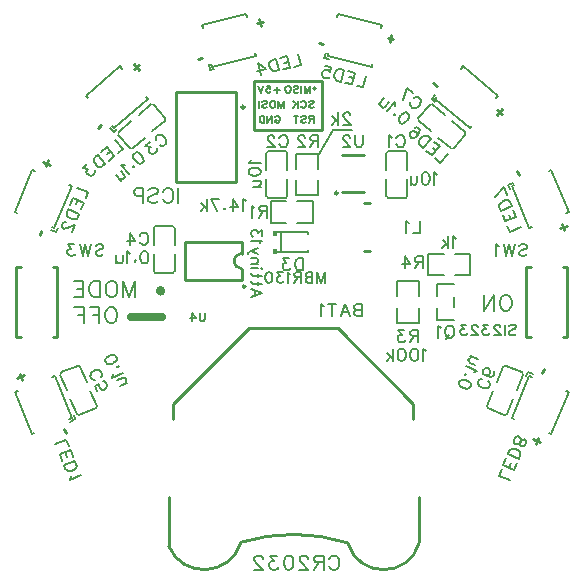
<source format=gbo>
G04 Layer: BottomSilkscreenLayer*
G04 EasyEDA Pro v1.9.29.eba1c1, 2023-07-30 16:19:25*
G04 Gerber Generator version 0.3*
G04 Scale: 100 percent, Rotated: No, Reflected: No*
G04 Dimensions in millimeters*
G04 Leading zeros omitted, absolute positions, 3 integers and 3 decimals*
%FSLAX33Y33*%
%MOMM*%
%ADD10C,0.2032*%
%ADD11C,0.127*%
%ADD12C,0.152001*%
%ADD13C,0.1524*%
%ADD14C,0.699999*%
%ADD15C,0.254*%
%ADD16C,0.0343*%
%ADD17C,0.0254*%
%ADD18C,0.399999*%
G75*


G04 Text Start*
G04 //text: ON*
G54D10*
G01X18255Y589D02*
G01X18379Y526D01*
G01X18506Y401D01*
G01X18567Y274D01*
G01X18631Y86D01*
G01Y-226D01*
G01X18567Y-414D01*
G01X18506Y-541D01*
G01X18379Y-665D01*
G01X18255Y-729D01*
G01X18004D01*
G01X17877Y-665D01*
G01X17752Y-541D01*
G01X17689Y-414D01*
G01X17628Y-226D01*
G01Y86D01*
G01X17689Y274D01*
G01X17752Y401D01*
G01X17877Y526D01*
G01X18004Y589D01*
G01X18255D01*
G01X17122Y589D02*
G01X17122Y-729D01*
G01X17122Y589D02*
G01X16243Y-729D01*
G01X16243Y589D02*
G01X16243Y-729D01*
G04 //text: MODE*
G01X-13249Y1767D02*
G01X-13249Y448D01*
G01X-13249Y1767D02*
G01X-13752Y448D01*
G01X-14252Y1767D02*
G01X-13752Y448D01*
G01X-14252Y1767D02*
G01X-14252Y448D01*
G01X-15134Y1767D02*
G01X-15009Y1703D01*
G01X-14882Y1579D01*
G01X-14821Y1452D01*
G01X-14758Y1264D01*
G01Y951D01*
G01X-14821Y763D01*
G01X-14882Y636D01*
G01X-15009Y512D01*
G01X-15134Y448D01*
G01X-15385D01*
G01X-15512Y512D01*
G01X-15637Y636D01*
G01X-15700Y763D01*
G01X-15761Y951D01*
G01Y1264D01*
G01X-15700Y1452D01*
G01X-15637Y1579D01*
G01X-15512Y1703D01*
G01X-15385Y1767D01*
G01X-15134D01*
G01X-16267Y1767D02*
G01X-16267Y448D01*
G01X-16267Y1767D02*
G01X-16706Y1767D01*
G01X-16894Y1703D01*
G01X-17021Y1579D01*
G01X-17082Y1452D01*
G01X-17145Y1264D01*
G01Y951D01*
G01X-17082Y763D01*
G01X-17021Y636D01*
G01X-16894Y512D01*
G01X-16706Y448D01*
G01X-16267D01*
G01X-17651Y1767D02*
G01X-17651Y448D01*
G01X-17651Y1767D02*
G01X-18466Y1767D01*
G01X-17651Y1139D02*
G01X-18151Y1139D01*
G01X-17651Y448D02*
G01X-18466Y448D01*
G04 //text: OFF*
G01X-15167Y-456D02*
G01X-15042Y-519D01*
G01X-14915Y-644D01*
G01X-14854Y-771D01*
G01X-14791Y-959D01*
G01Y-1271D01*
G01X-14854Y-1459D01*
G01X-14915Y-1586D01*
G01X-15042Y-1711D01*
G01X-15167Y-1774D01*
G01X-15418D01*
G01X-15545Y-1711D01*
G01X-15670Y-1586D01*
G01X-15733Y-1459D01*
G01X-15794Y-1271D01*
G01Y-959D01*
G01X-15733Y-771D01*
G01X-15670Y-644D01*
G01X-15545Y-519D01*
G01X-15418Y-456D01*
G01X-15167D01*
G01X-16300Y-456D02*
G01X-16300Y-1774D01*
G01X-16300Y-456D02*
G01X-17115Y-456D01*
G01X-16300Y-1083D02*
G01X-16802Y-1083D01*
G01X-17620Y-456D02*
G01X-17620Y-1774D01*
G01X-17620Y-456D02*
G01X-18436Y-456D01*
G01X-17620Y-1083D02*
G01X-18123Y-1083D01*
G04 //text: CR2032*
G01X3167Y-21763D02*
G01X3226Y-21648D01*
G01X3340Y-21534D01*
G01X3454Y-21476D01*
G01X3683D01*
G01X3797Y-21534D01*
G01X3912Y-21648D01*
G01X3967Y-21763D01*
G01X4026Y-21933D01*
G01Y-22220D01*
G01X3967Y-22390D01*
G01X3912Y-22504D01*
G01X3797Y-22619D01*
G01X3683Y-22677D01*
G01X3454D01*
G01X3340Y-22619D01*
G01X3226Y-22504D01*
G01X3167Y-22390D01*
G01X2690Y-21476D02*
G01X2690Y-22677D01*
G01X2690Y-21476D02*
G01X2177Y-21476D01*
G01X2004Y-21534D01*
G01X1948Y-21590D01*
G01X1890Y-21704D01*
G01Y-21819D01*
G01X1948Y-21933D01*
G01X2004Y-21991D01*
G01X2177Y-22047D01*
G01X2690D01*
G01X2291Y-22047D02*
G01X1890Y-22677D01*
G01X1356Y-21763D02*
G01X1356Y-21704D01*
G01X1298Y-21590D01*
G01X1242Y-21534D01*
G01X1128Y-21476D01*
G01X899D01*
G01X785Y-21534D01*
G01X726Y-21590D01*
G01X671Y-21704D01*
G01Y-21819D01*
G01X726Y-21933D01*
G01X841Y-22106D01*
G01X1412Y-22677D01*
G01X612D01*
G01X-208Y-21476D02*
G01X-36Y-21534D01*
G01X79Y-21704D01*
G01X135Y-21991D01*
G01Y-22161D01*
G01X79Y-22449D01*
G01X-36Y-22619D01*
G01X-208Y-22677D01*
G01X-323D01*
G01X-493Y-22619D01*
G01X-607Y-22449D01*
G01X-665Y-22161D01*
G01Y-21991D01*
G01X-607Y-21704D01*
G01X-493Y-21534D01*
G01X-323Y-21476D01*
G01X-208D01*
G01X-1257Y-21476D02*
G01X-1885Y-21476D01*
G01X-1542Y-21933D01*
G01X-1714D01*
G01X-1829Y-21991D01*
G01X-1885Y-22047D01*
G01X-1943Y-22220D01*
G01Y-22334D01*
G01X-1885Y-22504D01*
G01X-1770Y-22619D01*
G01X-1600Y-22677D01*
G01X-1427D01*
G01X-1257Y-22619D01*
G01X-1199Y-22563D01*
G01X-1143Y-22449D01*
G01X-2476Y-21763D02*
G01X-2476Y-21704D01*
G01X-2535Y-21590D01*
G01X-2591Y-21534D01*
G01X-2705Y-21476D01*
G01X-2934D01*
G01X-3048Y-21534D01*
G01X-3106Y-21590D01*
G01X-3162Y-21704D01*
G01Y-21819D01*
G01X-3106Y-21933D01*
G01X-2992Y-22106D01*
G01X-2421Y-22677D01*
G01X-3221D01*
G04 //text: +5V*
G54D11*
G01X-1265Y18219D02*
G01X-1265Y17722D01*
G01X-1016Y17971D02*
G01X-1516Y17971D01*
G01X-2111Y18303D02*
G01X-1831Y18303D01*
G01X-1803Y18054D01*
G01X-1831Y18082D01*
G01X-1915Y18110D01*
G01X-1999D01*
G01X-2083Y18082D01*
G01X-2139Y18026D01*
G01X-2167Y17943D01*
G01Y17887D01*
G01X-2139Y17803D01*
G01X-2083Y17747D01*
G01X-1999Y17722D01*
G01X-1915D01*
G01X-1831Y17747D01*
G01X-1803Y17775D01*
G01X-1775Y17831D01*
G01X-2426Y18303D02*
G01X-2649Y17722D01*
G01X-2870Y18303D02*
G01X-2649Y17722D01*
G04 //text: MISO*
G01X1524Y18303D02*
G01X1524Y17722D01*
G01X1524Y18303D02*
G01X1300Y17722D01*
G01X1080Y18303D02*
G01X1300Y17722D01*
G01X1080Y18303D02*
G01X1080Y17722D01*
G01X818Y18303D02*
G01X818Y17722D01*
G01X170Y18219D02*
G01X226Y18275D01*
G01X310Y18303D01*
G01X419D01*
G01X503Y18275D01*
G01X559Y18219D01*
G01Y18166D01*
G01X531Y18110D01*
G01X503Y18082D01*
G01X447Y18054D01*
G01X282Y17998D01*
G01X226Y17971D01*
G01X198Y17943D01*
G01X170Y17887D01*
G01Y17803D01*
G01X226Y17747D01*
G01X310Y17722D01*
G01X419D01*
G01X503Y17747D01*
G01X559Y17803D01*
G01X-257Y18303D02*
G01X-201Y18275D01*
G01X-147Y18219D01*
G01X-119Y18166D01*
G01X-91Y18082D01*
G01Y17943D01*
G01X-119Y17859D01*
G01X-147Y17803D01*
G01X-201Y17747D01*
G01X-257Y17722D01*
G01X-368D01*
G01X-424Y17747D01*
G01X-480Y17803D01*
G01X-508Y17859D01*
G01X-536Y17943D01*
G01Y18082D01*
G01X-508Y18166D01*
G01X-480Y18219D01*
G01X-424Y18275D01*
G01X-368Y18303D01*
G01X-257D01*
G04 //text: MOSI*
G01X-698Y17033D02*
G01X-698Y16452D01*
G01X-698Y17033D02*
G01X-922Y16452D01*
G01X-1143Y17033D02*
G01X-922Y16452D01*
G01X-1143Y17033D02*
G01X-1143Y16452D01*
G01X-1570Y17033D02*
G01X-1514Y17005D01*
G01X-1458Y16949D01*
G01X-1430Y16896D01*
G01X-1405Y16812D01*
G01Y16673D01*
G01X-1430Y16589D01*
G01X-1458Y16533D01*
G01X-1514Y16477D01*
G01X-1570Y16452D01*
G01X-1681D01*
G01X-1737Y16477D01*
G01X-1793Y16533D01*
G01X-1821Y16589D01*
G01X-1849Y16673D01*
G01Y16812D01*
G01X-1821Y16896D01*
G01X-1793Y16949D01*
G01X-1737Y17005D01*
G01X-1681Y17033D01*
G01X-1570D01*
G01X-2497Y16949D02*
G01X-2441Y17005D01*
G01X-2357Y17033D01*
G01X-2248D01*
G01X-2164Y17005D01*
G01X-2108Y16949D01*
G01Y16896D01*
G01X-2136Y16840D01*
G01X-2164Y16812D01*
G01X-2220Y16784D01*
G01X-2385Y16728D01*
G01X-2441Y16701D01*
G01X-2469Y16673D01*
G01X-2497Y16617D01*
G01Y16533D01*
G01X-2441Y16477D01*
G01X-2357Y16452D01*
G01X-2248D01*
G01X-2164Y16477D01*
G01X-2108Y16533D01*
G01X-2758Y17033D02*
G01X-2758Y16452D01*
G04 //text: SCK*
G01X1453Y16949D02*
G01X1509Y17005D01*
G01X1593Y17033D01*
G01X1702D01*
G01X1786Y17005D01*
G01X1842Y16949D01*
G01Y16896D01*
G01X1814Y16840D01*
G01X1786Y16812D01*
G01X1730Y16784D01*
G01X1565Y16728D01*
G01X1509Y16701D01*
G01X1481Y16673D01*
G01X1453Y16617D01*
G01Y16533D01*
G01X1509Y16477D01*
G01X1593Y16452D01*
G01X1702D01*
G01X1786Y16477D01*
G01X1842Y16533D01*
G01X775Y16896D02*
G01X803Y16949D01*
G01X859Y17005D01*
G01X914Y17033D01*
G01X1026D01*
G01X1082Y17005D01*
G01X1135Y16949D01*
G01X1163Y16896D01*
G01X1191Y16812D01*
G01Y16673D01*
G01X1163Y16589D01*
G01X1135Y16533D01*
G01X1082Y16477D01*
G01X1026Y16452D01*
G01X914D01*
G01X859Y16477D01*
G01X803Y16533D01*
G01X775Y16589D01*
G01X516Y17033D02*
G01X516Y16452D01*
G01X127Y17033D02*
G01X516Y16645D01*
G01X376Y16784D02*
G01X127Y16452D01*
G04 //text: GND*
G01X-1433Y15626D02*
G01X-1405Y15679D01*
G01X-1349Y15735D01*
G01X-1293Y15763D01*
G01X-1184D01*
G01X-1128Y15735D01*
G01X-1072Y15679D01*
G01X-1044Y15626D01*
G01X-1016Y15542D01*
G01Y15403D01*
G01X-1044Y15319D01*
G01X-1072Y15263D01*
G01X-1128Y15207D01*
G01X-1184Y15182D01*
G01X-1293D01*
G01X-1349Y15207D01*
G01X-1405Y15263D01*
G01X-1433Y15319D01*
G01Y15403D01*
G01X-1293Y15403D02*
G01X-1433Y15403D01*
G01X-1694Y15763D02*
G01X-1694Y15182D01*
G01X-1694Y15763D02*
G01X-2083Y15182D01*
G01X-2083Y15763D02*
G01X-2083Y15182D01*
G01X-2342Y15763D02*
G01X-2342Y15182D01*
G01X-2342Y15763D02*
G01X-2537Y15763D01*
G01X-2621Y15735D01*
G01X-2675Y15679D01*
G01X-2703Y15626D01*
G01X-2730Y15542D01*
G01Y15403D01*
G01X-2703Y15319D01*
G01X-2675Y15263D01*
G01X-2621Y15207D01*
G01X-2537Y15182D01*
G01X-2342D01*
G04 //text: RST*
G01X1842Y15763D02*
G01X1842Y15182D01*
G01X1842Y15763D02*
G01X1593Y15763D01*
G01X1509Y15735D01*
G01X1481Y15707D01*
G01X1453Y15651D01*
G01Y15598D01*
G01X1481Y15542D01*
G01X1509Y15514D01*
G01X1593Y15486D01*
G01X1842D01*
G01X1646Y15486D02*
G01X1453Y15182D01*
G01X803Y15679D02*
G01X859Y15735D01*
G01X942Y15763D01*
G01X1054D01*
G01X1135Y15735D01*
G01X1191Y15679D01*
G01Y15626D01*
G01X1163Y15570D01*
G01X1135Y15542D01*
G01X1082Y15514D01*
G01X914Y15458D01*
G01X859Y15431D01*
G01X831Y15403D01*
G01X803Y15347D01*
G01Y15263D01*
G01X859Y15207D01*
G01X942Y15182D01*
G01X1054D01*
G01X1135Y15207D01*
G01X1191Y15263D01*
G01X348Y15763D02*
G01X348Y15182D01*
G01X544Y15763D02*
G01X155Y15763D01*
G04 //text: Attiny13*
G54D12*
G01X-2555Y732D02*
G01X-3439Y394D01*
G01X-2555Y732D02*
G01X-3439Y1067D01*
G01X-3145Y521D02*
G01X-3145Y942D01*
G01X-2555Y1547D02*
G01X-3272Y1547D01*
G01X-3396Y1590D01*
G01X-3439Y1674D01*
G01Y1758D01*
G01X-2850Y1422D02*
G01X-2850Y1717D01*
G01X-2555Y2240D02*
G01X-3272Y2240D01*
G01X-3396Y2281D01*
G01X-3439Y2365D01*
G01Y2451D01*
G01X-2850Y2113D02*
G01X-2850Y2408D01*
G01X-2555Y2804D02*
G01X-2596Y2847D01*
G01X-2555Y2888D01*
G01X-2512Y2847D01*
G01X-2555Y2804D01*
G01X-2850Y2847D02*
G01X-3439Y2847D01*
G01X-2850Y3244D02*
G01X-3439Y3244D01*
G01X-3018Y3244D02*
G01X-2891Y3368D01*
G01X-2850Y3454D01*
G01Y3579D01*
G01X-2891Y3663D01*
G01X-3018Y3706D01*
G01X-3439D01*
G01X-2850Y4102D02*
G01X-3439Y4356D01*
G01X-2850Y4608D02*
G01X-3439Y4356D01*
G01X-3607Y4270D01*
G01X-3691Y4186D01*
G01X-3734Y4102D01*
G01Y4059D01*
G01X-2723Y4963D02*
G01X-2680Y5047D01*
G01X-2555Y5171D01*
G01X-3439D01*
G01X-2555Y5611D02*
G01X-2555Y6073D01*
G01X-2891Y5822D01*
G01Y5949D01*
G01X-2934Y6033D01*
G01X-2977Y6073D01*
G01X-3101Y6116D01*
G01X-3185D01*
G01X-3312Y6073D01*
G01X-3396Y5989D01*
G01X-3439Y5865D01*
G01Y5738D01*
G01X-3396Y5611D01*
G01X-3355Y5568D01*
G01X-3272Y5527D01*
G04 //text: MBR130*
G01X2781Y2525D02*
G01X2781Y1641D01*
G01X2781Y2525D02*
G01X2443Y1641D01*
G01X2108Y2525D02*
G01X2443Y1641D01*
G01X2108Y2525D02*
G01X2108Y1641D01*
G01X1753Y2525D02*
G01X1753Y1641D01*
G01X1753Y2525D02*
G01X1374Y2525D01*
G01X1247Y2484D01*
G01X1207Y2441D01*
G01X1163Y2357D01*
G01Y2273D01*
G01X1207Y2189D01*
G01X1247Y2146D01*
G01X1374Y2103D01*
G01X1753Y2103D02*
G01X1374Y2103D01*
G01X1247Y2062D01*
G01X1207Y2019D01*
G01X1163Y1935D01*
G01Y1808D01*
G01X1207Y1725D01*
G01X1247Y1684D01*
G01X1374Y1641D01*
G01X1753D01*
G01X810Y2525D02*
G01X810Y1641D01*
G01X810Y2525D02*
G01X429Y2525D01*
G01X305Y2484D01*
G01X262Y2441D01*
G01X218Y2357D01*
G01Y2273D01*
G01X262Y2189D01*
G01X305Y2146D01*
G01X429Y2103D01*
G01X810D01*
G01X516Y2103D02*
G01X218Y1641D01*
G01X-135Y2357D02*
G01X-218Y2400D01*
G01X-345Y2525D01*
G01Y1641D01*
G01X-785Y2525D02*
G01X-1247Y2525D01*
G01X-993Y2189D01*
G01X-1120D01*
G01X-1204Y2146D01*
G01X-1247Y2103D01*
G01X-1290Y1979D01*
G01Y1895D01*
G01X-1247Y1768D01*
G01X-1163Y1684D01*
G01X-1036Y1641D01*
G01X-909D01*
G01X-785Y1684D01*
G01X-742Y1725D01*
G01X-698Y1808D01*
G01X-1897Y2525D02*
G01X-1770Y2484D01*
G01X-1687Y2357D01*
G01X-1643Y2146D01*
G01Y2019D01*
G01X-1687Y1808D01*
G01X-1770Y1684D01*
G01X-1897Y1641D01*
G01X-1981D01*
G01X-2106Y1684D01*
G01X-2192Y1808D01*
G01X-2233Y2019D01*
G01Y2146D01*
G01X-2192Y2357D01*
G01X-2106Y2484D01*
G01X-1981Y2525D01*
G01X-1897D01*
G04 //text: C1*
G54D13*
G01X8857Y13879D02*
G01X8905Y13975D01*
G01X9002Y14069D01*
G01X9096Y14117D01*
G01X9289D01*
G01X9385Y14069D01*
G01X9479Y13975D01*
G01X9528Y13879D01*
G01X9576Y13734D01*
G01Y13495D01*
G01X9528Y13350D01*
G01X9479Y13256D01*
G01X9385Y13160D01*
G01X9289Y13111D01*
G01X9096D01*
G01X9002Y13160D01*
G01X8905Y13256D01*
G01X8857Y13350D01*
G01X8476Y13927D02*
G01X8379Y13975D01*
G01X8235Y14117D01*
G01Y13111D01*
G04 //text: 10u*
G01X12306Y10772D02*
G01X12210Y10820D01*
G01X12062Y10968D01*
G01Y9944D01*
G01X11382Y10968D02*
G01X11529Y10919D01*
G01X11626Y10772D01*
G01X11676Y10528D01*
G01Y10381D01*
G01X11626Y10137D01*
G01X11529Y9992D01*
G01X11382Y9944D01*
G01X11285D01*
G01X11138Y9992D01*
G01X11041Y10137D01*
G01X10993Y10381D01*
G01Y10528D01*
G01X11041Y10772D01*
G01X11138Y10919D01*
G01X11285Y10968D01*
G01X11382D01*
G01X10605Y10627D02*
G01X10605Y10137D01*
G01X10556Y9992D01*
G01X10460Y9944D01*
G01X10312D01*
G01X10216Y9992D01*
G01X10069Y10137D01*
G01X10069Y10627D02*
G01X10069Y9944D01*
G04 //text: C2*
G01X-1049Y13879D02*
G01X-1001Y13975D01*
G01X-904Y14069D01*
G01X-810Y14117D01*
G01X-617D01*
G01X-521Y14069D01*
G01X-427Y13975D01*
G01X-378Y13879D01*
G01X-330Y13734D01*
G01Y13495D01*
G01X-378Y13350D01*
G01X-427Y13256D01*
G01X-521Y13160D01*
G01X-617Y13111D01*
G01X-810D01*
G01X-904Y13160D01*
G01X-1001Y13256D01*
G01X-1049Y13350D01*
G01X-1478Y13879D02*
G01X-1478Y13927D01*
G01X-1527Y14021D01*
G01X-1575Y14069D01*
G01X-1671Y14117D01*
G01X-1862D01*
G01X-1958Y14069D01*
G01X-2007Y14021D01*
G01X-2055Y13927D01*
G01Y13830D01*
G01X-2007Y13734D01*
G01X-1910Y13592D01*
G01X-1430Y13111D01*
G01X-2103D01*
G04 //text: 10u*
G01X-3470Y11989D02*
G01X-3518Y11892D01*
G01X-3665Y11745D01*
G01X-2642D01*
G01X-3665Y11064D02*
G01X-3617Y11212D01*
G01X-3470Y11308D01*
G01X-3226Y11359D01*
G01X-3078D01*
G01X-2835Y11308D01*
G01X-2690Y11212D01*
G01X-2642Y11064D01*
G01Y10968D01*
G01X-2690Y10820D01*
G01X-2835Y10724D01*
G01X-3078Y10676D01*
G01X-3226D01*
G01X-3470Y10724D01*
G01X-3617Y10820D01*
G01X-3665Y10968D01*
G01Y11064D01*
G01X-3325Y10287D02*
G01X-2835Y10287D01*
G01X-2690Y10239D01*
G01X-2642Y10142D01*
G01Y9995D01*
G01X-2690Y9898D01*
G01X-2835Y9751D01*
G01X-3325Y9751D02*
G01X-2642Y9751D01*
G04 //text: L1*
G01X10846Y6878D02*
G01X10846Y5872D01*
G01X10846Y5872D02*
G01X10272Y5872D01*
G01X9888Y6688D02*
G01X9792Y6736D01*
G01X9649Y6878D01*
G01Y5872D01*
G04 //text: R1*
G01X-2108Y8148D02*
G01X-2108Y7142D01*
G01X-2108Y8148D02*
G01X-2540Y8148D01*
G01X-2682Y8100D01*
G01X-2730Y8052D01*
G01X-2779Y7958D01*
G01Y7861D01*
G01X-2730Y7765D01*
G01X-2682Y7717D01*
G01X-2540Y7671D01*
G01X-2108D01*
G01X-2443Y7671D02*
G01X-2779Y7142D01*
G01X-3162Y7958D02*
G01X-3256Y8006D01*
G01X-3401Y8148D01*
G01Y7142D01*
G04 //text: 14.7k*
G01X-3886Y8550D02*
G01X-3983Y8598D01*
G01X-4130Y8745D01*
G01Y7722D01*
G01X-5006Y8745D02*
G01X-4516Y8062D01*
G01X-5250D01*
G01X-5006Y8745D02*
G01X-5006Y7722D01*
G01X-5685Y7965D02*
G01X-5636Y7915D01*
G01X-5685Y7866D01*
G01X-5733Y7915D01*
G01X-5685Y7965D01*
G01X-6805Y8745D02*
G01X-6314Y7722D01*
G01X-6121Y8745D02*
G01X-6805Y8745D01*
G01X-7191Y8745D02*
G01X-7191Y7722D01*
G01X-7678Y8405D02*
G01X-7191Y7915D01*
G01X-7386Y8110D02*
G01X-7727Y7722D01*
G04 //text: R2*
G01X2210Y14117D02*
G01X2210Y13111D01*
G01X2210Y14117D02*
G01X1778Y14117D01*
G01X1636Y14069D01*
G01X1588Y14021D01*
G01X1539Y13927D01*
G01Y13830D01*
G01X1588Y13734D01*
G01X1636Y13686D01*
G01X1778Y13640D01*
G01X2210D01*
G01X1875Y13640D02*
G01X1539Y13111D01*
G01X1110Y13879D02*
G01X1110Y13927D01*
G01X1062Y14021D01*
G01X1013Y14069D01*
G01X917Y14117D01*
G01X726D01*
G01X630Y14069D01*
G01X582Y14021D01*
G01X533Y13927D01*
G01Y13830D01*
G01X582Y13734D01*
G01X678Y13592D01*
G01X1156Y13111D01*
G01X485D01*
G04 //text: 2k*
G01X4956Y15804D02*
G01X4956Y15852D01*
G01X4907Y15951D01*
G01X4856Y15999D01*
G01X4760Y16048D01*
G01X4564D01*
G01X4468Y15999D01*
G01X4417Y15951D01*
G01X4369Y15852D01*
G01Y15756D01*
G01X4417Y15657D01*
G01X4516Y15512D01*
G01X5004Y15024D01*
G01X4321D01*
G01X3934Y16048D02*
G01X3934Y15024D01*
G01X3444Y15707D02*
G01X3934Y15217D01*
G01X3739Y15413D02*
G01X3396Y15024D01*
G04 //text: U2*
G01X6020Y14117D02*
G01X6020Y13399D01*
G01X5972Y13256D01*
G01X5875Y13160D01*
G01X5733Y13111D01*
G01X5636D01*
G01X5494Y13160D01*
G01X5398Y13256D01*
G01X5349Y13399D01*
G01Y14117D01*
G01X4920Y13879D02*
G01X4920Y13927D01*
G01X4872Y14021D01*
G01X4823Y14069D01*
G01X4727Y14117D01*
G01X4536D01*
G01X4440Y14069D01*
G01X4392Y14021D01*
G01X4343Y13927D01*
G01Y13830D01*
G01X4392Y13734D01*
G01X4488Y13592D01*
G01X4966Y13111D01*
G01X4295D01*
G04 //text: D3*
G01X940Y3703D02*
G01X940Y2697D01*
G01X940Y3703D02*
G01X605Y3703D01*
G01X460Y3655D01*
G01X366Y3561D01*
G01X318Y3465D01*
G01X269Y3320D01*
G01Y3081D01*
G01X318Y2936D01*
G01X366Y2842D01*
G01X460Y2746D01*
G01X605Y2697D01*
G01X940D01*
G01X-208Y3703D02*
G01X-737Y3703D01*
G01X-450Y3320D01*
G01X-592D01*
G01X-688Y3272D01*
G01X-737Y3226D01*
G01X-785Y3081D01*
G01Y2985D01*
G01X-737Y2842D01*
G01X-640Y2746D01*
G01X-495Y2697D01*
G01X-353D01*
G01X-208Y2746D01*
G01X-160Y2794D01*
G01X-114Y2888D01*
G04 //text: C4*
G01X-12860Y5624D02*
G01X-12812Y5720D01*
G01X-12715Y5814D01*
G01X-12621Y5862D01*
G01X-12428D01*
G01X-12332Y5814D01*
G01X-12238Y5720D01*
G01X-12189Y5624D01*
G01X-12141Y5479D01*
G01Y5240D01*
G01X-12189Y5095D01*
G01X-12238Y5001D01*
G01X-12332Y4905D01*
G01X-12428Y4856D01*
G01X-12621D01*
G01X-12715Y4905D01*
G01X-12812Y5001D01*
G01X-12860Y5095D01*
G01X-13721Y5862D02*
G01X-13241Y5192D01*
G01X-13960D01*
G01X-13721Y5862D02*
G01X-13721Y4856D01*
G04 //text: 0.1u*
G01X-12433Y4300D02*
G01X-12289Y4252D01*
G01X-12189Y4105D01*
G01X-12141Y3861D01*
G01Y3713D01*
G01X-12189Y3470D01*
G01X-12289Y3325D01*
G01X-12433Y3277D01*
G01X-12532D01*
G01X-12677Y3325D01*
G01X-12776Y3470D01*
G01X-12824Y3713D01*
G01Y3861D01*
G01X-12776Y4105D01*
G01X-12677Y4252D01*
G01X-12532Y4300D01*
G01X-12433D01*
G01X-13261Y3520D02*
G01X-13211Y3470D01*
G01X-13261Y3421D01*
G01X-13310Y3470D01*
G01X-13261Y3520D01*
G01X-13696Y4105D02*
G01X-13792Y4153D01*
G01X-13940Y4300D01*
G01Y3277D01*
G01X-14326Y3960D02*
G01X-14326Y3470D01*
G01X-14376Y3325D01*
G01X-14473Y3277D01*
G01X-14620D01*
G01X-14717Y3325D01*
G01X-14864Y3470D01*
G01X-14864Y3960D02*
G01X-14864Y3277D01*
G04 //text: C5*
G01X-16660Y-6583D02*
G01X-16767Y-6575D01*
G01X-16891Y-6522D01*
G01X-16972Y-6454D01*
G01X-17045Y-6275D01*
G01X-17038Y-6168D01*
G01X-16987Y-6045D01*
G01X-16916Y-5964D01*
G01X-16801Y-5864D01*
G01X-16580Y-5772D01*
G01X-16428Y-5761D01*
G01X-16323Y-5770D01*
G01X-16198Y-5820D01*
G01X-16116Y-5891D01*
G01X-16042Y-6069D01*
G01X-16051Y-6174D01*
G01X-16103Y-6300D01*
G01X-16172Y-6381D01*
G01X-16514Y-7559D02*
G01X-16697Y-7116D01*
G01X-16317Y-6906D01*
G01X-16343Y-6969D01*
G01X-16332Y-7121D01*
G01X-16278Y-7252D01*
G01X-16178Y-7368D01*
G01X-16054Y-7421D01*
G01X-15902Y-7410D01*
G01X-15813Y-7373D01*
G01X-15700Y-7274D01*
G01X-15648Y-7148D01*
G01X-15658Y-6996D01*
G01X-15713Y-6864D01*
G01X-15813Y-6749D01*
G01X-15876Y-6723D01*
G01X-15981Y-6714D01*
G04 //text: 0.1u*
G01X-15797Y-5020D02*
G01X-15808Y-4868D01*
G01X-15710Y-4720D01*
G01X-15503Y-4582D01*
G01X-15367Y-4525D01*
G01X-15123Y-4477D01*
G01X-14951Y-4513D01*
G01X-14851Y-4628D01*
G01X-14813Y-4720D01*
G01X-14803Y-4872D01*
G01X-14898Y-5019D01*
G01X-15105Y-5157D01*
G01X-15241Y-5213D01*
G01X-15485Y-5262D01*
G01X-15659Y-5227D01*
G01X-15759Y-5111D01*
G01X-15797Y-5020D01*
G01X-14760Y-5486D02*
G01X-14732Y-5420D01*
G01X-14668Y-5449D01*
G01X-14694Y-5512D01*
G01X-14760Y-5486D01*
G01X-15133Y-6111D02*
G01X-15141Y-6219D01*
G01X-15221Y-6411D01*
G01X-14275Y-6020D01*
G01X-14758Y-6638D02*
G01X-14305Y-6450D01*
G01X-14152Y-6442D01*
G01X-14071Y-6513D01*
G01X-14014Y-6649D01*
G01X-14022Y-6756D01*
G01X-14099Y-6948D01*
G01X-14552Y-7135D02*
G01X-13921Y-6874D01*
G04 //text: C6*
G01X16633Y-6702D02*
G01X16704Y-6783D01*
G01X16754Y-6908D01*
G01X16762Y-7013D01*
G01X16688Y-7192D01*
G01X16607Y-7263D01*
G01X16484Y-7313D01*
G01X16376Y-7321D01*
G01X16224Y-7310D01*
G01X16004Y-7219D01*
G01X15888Y-7119D01*
G01X15820Y-7038D01*
G01X15767Y-6915D01*
G01X15759Y-6807D01*
G01X15833Y-6629D01*
G01X15914Y-6560D01*
G01X16040Y-6508D01*
G01X16145Y-6499D01*
G01X17089Y-5854D02*
G01X17157Y-5934D01*
G01X17146Y-6087D01*
G01X17110Y-6173D01*
G01X17010Y-6289D01*
G01X16842Y-6323D01*
G01X16601Y-6276D01*
G01X16380Y-6184D01*
G01X16222Y-6067D01*
G01X16170Y-5941D01*
G01X16181Y-5788D01*
G01X16199Y-5746D01*
G01X16298Y-5631D01*
G01X16425Y-5579D01*
G01X16574Y-5589D01*
G01X16619Y-5607D01*
G01X16734Y-5707D01*
G01X16784Y-5832D01*
G01X16773Y-5984D01*
G01X16756Y-6027D01*
G01X16656Y-6142D01*
G01X16532Y-6195D01*
G01X16380Y-6184D01*
G04 //text: 0.1u*
G01X15126Y-7197D02*
G01X15026Y-7312D01*
G01X14852Y-7347D01*
G01X14609Y-7299D01*
G01X14472Y-7242D01*
G01X14266Y-7104D01*
G01X14170Y-6957D01*
G01X14181Y-6805D01*
G01X14219Y-6714D01*
G01X14319Y-6598D01*
G01X14490Y-6562D01*
G01X14734Y-6611D01*
G01X14870Y-6667D01*
G01X15077Y-6805D01*
G01X15175Y-6953D01*
G01X15164Y-7105D01*
G01X15126Y-7197D01*
G01X14723Y-6133D02*
G01X14656Y-6161D01*
G01X14631Y-6096D01*
G01X14694Y-6069D01*
G01X14723Y-6133D01*
G01X15429Y-5956D02*
G01X15510Y-5885D01*
G01X15703Y-5805D01*
G01X14757Y-5414D01*
G01X15536Y-5318D02*
G01X15083Y-5131D01*
G01X14969Y-5028D01*
G01X14961Y-4921D01*
G01X15018Y-4785D01*
G01X15099Y-4714D01*
G01X15289Y-4633D01*
G01X15742Y-4821D02*
G01X15111Y-4559D01*
G04 //text: C3*
G01X-11511Y13684D02*
G01X-11537Y13788D01*
G01X-11525Y13923D01*
G01X-11485Y14020D01*
G01X-11338Y14146D01*
G01X-11233Y14172D01*
G01X-11101Y14161D01*
G01X-11001Y14119D01*
G01X-10871Y14040D01*
G01X-10716Y13859D01*
G01X-10658Y13717D01*
G01X-10634Y13615D01*
G01X-10643Y13480D01*
G01X-10685Y13381D01*
G01X-10832Y13255D01*
G01X-10934Y13231D01*
G01X-11070Y13242D01*
G01X-11168Y13282D01*
G01X-12029Y13555D02*
G01X-12431Y13212D01*
G01X-11962Y13108D01*
G01X-12072Y13014D01*
G01X-12114Y12915D01*
G01X-12121Y12849D01*
G01X-12064Y12707D01*
G01X-12001Y12634D01*
G01X-11872Y12557D01*
G01X-11736Y12546D01*
G01X-11595Y12604D01*
G01X-11486Y12696D01*
G01X-11408Y12827D01*
G01X-11402Y12895D01*
G01X-11427Y12998D01*
G04 //text: 0.1u*
G01X-13282Y12605D02*
G01X-13141Y12663D01*
G01X-12970Y12615D01*
G01X-12775Y12461D01*
G01X-12679Y12349D01*
G01X-12557Y12132D01*
G01X-12538Y11958D01*
G01X-12617Y11827D01*
G01X-12693Y11763D01*
G01X-12834Y11705D01*
G01X-13003Y11751D01*
G01X-13198Y11905D01*
G01X-13294Y12017D01*
G01X-13416Y12234D01*
G01X-13436Y12410D01*
G01X-13357Y12541D01*
G01X-13282Y12605D01*
G01X-13405Y11475D02*
G01X-13334Y11469D01*
G01X-13341Y11399D01*
G01X-13409Y11405D01*
G01X-13405Y11475D01*
G01X-14115Y11637D02*
G01X-14220Y11611D01*
G01X-14427Y11627D01*
G01X-13763Y10849D01*
G01X-14500Y11118D02*
G01X-14182Y10745D01*
G01X-14126Y10602D01*
G01X-14168Y10502D01*
G01X-14280Y10407D01*
G01X-14385Y10381D01*
G01X-14591Y10395D01*
G01X-14909Y10768D02*
G01X-14466Y10248D01*
G04 //text: C7*
G01X10373Y17295D02*
G01X10472Y17338D01*
G01X10607Y17346D01*
G01X10709Y17322D01*
G01X10856Y17197D01*
G01X10898Y17097D01*
G01X10909Y16965D01*
G01X10883Y16860D01*
G01X10825Y16719D01*
G01X10670Y16537D01*
G01X10540Y16458D01*
G01X10442Y16418D01*
G01X10308Y16406D01*
G01X10203Y16432D01*
G01X10056Y16557D01*
G01X10016Y16655D01*
G01X10005Y16791D01*
G01X10030Y16894D01*
G01X9726Y18162D02*
G01X9438Y17085D01*
G01X10238Y17724D02*
G01X9726Y18162D01*
G04 //text: 0.1u*
G01X9864Y15941D02*
G01X9943Y15811D01*
G01X9923Y15634D01*
G01X9801Y15417D01*
G01X9705Y15305D01*
G01X9510Y15151D01*
G01X9341Y15106D01*
G01X9200Y15163D01*
G01X9124Y15227D01*
G01X9046Y15358D01*
G01X9064Y15532D01*
G01X9186Y15749D01*
G01X9282Y15861D01*
G01X9477Y16015D01*
G01X9648Y16063D01*
G01X9789Y16006D01*
G01X9864Y15941D01*
G01X8728Y15886D02*
G01X8734Y15814D01*
G01X8664Y15811D01*
G01X8659Y15879D01*
G01X8728Y15886D01*
G01X8777Y16612D02*
G01X8735Y16712D01*
G01X8719Y16919D01*
G01X8054Y16141D01*
G01X8204Y16911D02*
G01X7886Y16539D01*
G01X7753Y16462D01*
G01X7649Y16488D01*
G01X7537Y16583D01*
G01X7495Y16683D01*
G01X7477Y16888D01*
G01X7795Y17261D02*
G01X7351Y16742D01*
G04 //text: SI2323*
G01X18385Y-2047D02*
G01X18468Y-1961D01*
G01X18595Y-1920D01*
G01X18763D01*
G01X18890Y-1961D01*
G01X18974Y-2047D01*
G01Y-2131D01*
G01X18931Y-2215D01*
G01X18890Y-2256D01*
G01X18806Y-2299D01*
G01X18552Y-2383D01*
G01X18468Y-2426D01*
G01X18425Y-2466D01*
G01X18385Y-2550D01*
G01Y-2677D01*
G01X18468Y-2761D01*
G01X18595Y-2804D01*
G01X18763D01*
G01X18890Y-2761D01*
G01X18974Y-2677D01*
G01X18029Y-1920D02*
G01X18029Y-2804D01*
G01X17633Y-2131D02*
G01X17633Y-2088D01*
G01X17592Y-2004D01*
G01X17549Y-1961D01*
G01X17465Y-1920D01*
G01X17297D01*
G01X17211Y-1961D01*
G01X17170Y-2004D01*
G01X17127Y-2088D01*
G01Y-2172D01*
G01X17170Y-2256D01*
G01X17254Y-2383D01*
G01X17676Y-2804D01*
G01X17087D01*
G01X16647Y-1920D02*
G01X16182Y-1920D01*
G01X16436Y-2256D01*
G01X16309D01*
G01X16226Y-2299D01*
G01X16182Y-2342D01*
G01X16142Y-2466D01*
G01Y-2550D01*
G01X16182Y-2677D01*
G01X16269Y-2761D01*
G01X16393Y-2804D01*
G01X16520D01*
G01X16647Y-2761D01*
G01X16688Y-2720D01*
G01X16731Y-2637D01*
G01X15745Y-2131D02*
G01X15745Y-2088D01*
G01X15702Y-2004D01*
G01X15662Y-1961D01*
G01X15575Y-1920D01*
G01X15408D01*
G01X15324Y-1961D01*
G01X15281Y-2004D01*
G01X15240Y-2088D01*
G01Y-2172D01*
G01X15281Y-2256D01*
G01X15367Y-2383D01*
G01X15786Y-2804D01*
G01X15197D01*
G01X14757Y-1920D02*
G01X14295Y-1920D01*
G01X14549Y-2256D01*
G01X14422D01*
G01X14338Y-2299D01*
G01X14295Y-2342D01*
G01X14254Y-2466D01*
G01Y-2550D01*
G01X14295Y-2677D01*
G01X14379Y-2761D01*
G01X14506Y-2804D01*
G01X14633D01*
G01X14757Y-2761D01*
G01X14801Y-2720D01*
G01X14844Y-2637D01*
G04 //text: Q1*
G01X13480Y-2012D02*
G01X13576Y-2060D01*
G01X13670Y-2154D01*
G01X13719Y-2250D01*
G01X13767Y-2395D01*
G01Y-2634D01*
G01X13719Y-2779D01*
G01X13670Y-2873D01*
G01X13576Y-2969D01*
G01X13480Y-3018D01*
G01X13287D01*
G01X13193Y-2969D01*
G01X13096Y-2873D01*
G01X13048Y-2779D01*
G01X13000Y-2634D01*
G01Y-2395D01*
G01X13048Y-2250D01*
G01X13096Y-2154D01*
G01X13193Y-2060D01*
G01X13287Y-2012D01*
G01X13480D01*
G01X13335Y-2827D02*
G01X13048Y-3114D01*
G01X12619Y-2202D02*
G01X12522Y-2154D01*
G01X12377Y-2012D01*
G01Y-3018D01*
G04 //text: R3*
G01X10690Y-2388D02*
G01X10690Y-3393D01*
G01X10690Y-2388D02*
G01X10258Y-2388D01*
G01X10116Y-2436D01*
G01X10067Y-2484D01*
G01X10019Y-2578D01*
G01Y-2675D01*
G01X10067Y-2771D01*
G01X10116Y-2819D01*
G01X10258Y-2865D01*
G01X10690D01*
G01X10354Y-2865D02*
G01X10019Y-3393D01*
G01X9541Y-2388D02*
G01X9013Y-2388D01*
G01X9300Y-2771D01*
G01X9158D01*
G01X9061Y-2819D01*
G01X9013Y-2865D01*
G01X8965Y-3010D01*
G01Y-3106D01*
G01X9013Y-3249D01*
G01X9110Y-3345D01*
G01X9254Y-3393D01*
G01X9397D01*
G01X9541Y-3345D01*
G01X9590Y-3297D01*
G01X9635Y-3203D01*
G04 //text: 100k*
G01X11354Y-4150D02*
G01X11257Y-4102D01*
G01X11110Y-3955D01*
G01Y-4978D01*
G01X10429Y-3955D02*
G01X10577Y-4003D01*
G01X10673Y-4150D01*
G01X10724Y-4394D01*
G01Y-4542D01*
G01X10673Y-4785D01*
G01X10577Y-4930D01*
G01X10429Y-4978D01*
G01X10333D01*
G01X10185Y-4930D01*
G01X10089Y-4785D01*
G01X10041Y-4542D01*
G01Y-4394D01*
G01X10089Y-4150D01*
G01X10185Y-4003D01*
G01X10333Y-3955D01*
G01X10429D01*
G01X9360Y-3955D02*
G01X9507Y-4003D01*
G01X9604Y-4150D01*
G01X9652Y-4394D01*
G01Y-4542D01*
G01X9604Y-4785D01*
G01X9507Y-4930D01*
G01X9360Y-4978D01*
G01X9263D01*
G01X9116Y-4930D01*
G01X9017Y-4785D01*
G01X8969Y-4542D01*
G01Y-4394D01*
G01X9017Y-4150D01*
G01X9116Y-4003D01*
G01X9263Y-3955D01*
G01X9360D01*
G01X8583Y-3955D02*
G01X8583Y-4978D01*
G01X8095Y-4295D02*
G01X8583Y-4785D01*
G01X8387Y-4590D02*
G01X8047Y-4978D01*
G04 //text: R4*
G01X11086Y3854D02*
G01X11086Y2848D01*
G01X11086Y3854D02*
G01X10654Y3854D01*
G01X10512Y3806D01*
G01X10464Y3758D01*
G01X10415Y3664D01*
G01Y3567D01*
G01X10464Y3471D01*
G01X10512Y3423D01*
G01X10654Y3377D01*
G01X11086D01*
G01X10751Y3377D02*
G01X10415Y2848D01*
G01X9554Y3854D02*
G01X10032Y3184D01*
G01X9313D01*
G01X9554Y3854D02*
G01X9554Y2848D01*
G04 //text: 1k*
G01X13894Y5375D02*
G01X13797Y5423D01*
G01X13650Y5570D01*
G01Y4547D01*
G01X13264Y5570D02*
G01X13264Y4547D01*
G01X12774Y5230D02*
G01X13264Y4740D01*
G01X13068Y4935D02*
G01X12725Y4547D01*
G04 //text: ICSP*
G01X-9601Y9629D02*
G01X-9601Y8418D01*
G01X-10897Y9342D02*
G01X-10838Y9456D01*
G01X-10724Y9573D01*
G01X-10607Y9629D01*
G01X-10376D01*
G01X-10262Y9573D01*
G01X-10147Y9456D01*
G01X-10089Y9342D01*
G01X-10030Y9169D01*
G01Y8880D01*
G01X-10089Y8707D01*
G01X-10147Y8590D01*
G01X-10262Y8476D01*
G01X-10376Y8418D01*
G01X-10607D01*
G01X-10724Y8476D01*
G01X-10838Y8590D01*
G01X-10897Y8707D01*
G01X-12134Y9456D02*
G01X-12019Y9573D01*
G01X-11847Y9629D01*
G01X-11615D01*
G01X-11443Y9573D01*
G01X-11326Y9456D01*
G01Y9342D01*
G01X-11384Y9225D01*
G01X-11443Y9169D01*
G01X-11557Y9111D01*
G01X-11905Y8994D01*
G01X-12019Y8938D01*
G01X-12078Y8880D01*
G01X-12134Y8766D01*
G01Y8590D01*
G01X-12019Y8476D01*
G01X-11847Y8418D01*
G01X-11615D01*
G01X-11443Y8476D01*
G01X-11326Y8590D01*
G01X-12565Y9629D02*
G01X-12565Y8418D01*
G01X-12565Y9629D02*
G01X-13084Y9629D01*
G01X-13256Y9573D01*
G01X-13315Y9515D01*
G01X-13373Y9401D01*
G01Y9225D01*
G01X-13315Y9111D01*
G01X-13256Y9053D01*
G01X-13084Y8994D01*
G01X-12565D01*
G04 //text: BAT1*
G01X5956Y-178D02*
G01X5956Y-1179D01*
G01X5956Y-178D02*
G01X5527Y-178D01*
G01X5385Y-226D01*
G01X5337Y-274D01*
G01X5288Y-368D01*
G01Y-465D01*
G01X5337Y-559D01*
G01X5385Y-607D01*
G01X5527Y-655D01*
G01X5956Y-655D02*
G01X5527Y-655D01*
G01X5385Y-701D01*
G01X5337Y-749D01*
G01X5288Y-846D01*
G01Y-988D01*
G01X5337Y-1082D01*
G01X5385Y-1130D01*
G01X5527Y-1179D01*
G01X5956D01*
G01X4526Y-178D02*
G01X4907Y-1179D01*
G01X4526Y-178D02*
G01X4145Y-1179D01*
G01X4765Y-846D02*
G01X4290Y-846D01*
G01X3432Y-178D02*
G01X3432Y-1179D01*
G01X3764Y-178D02*
G01X3099Y-178D01*
G01X2718Y-368D02*
G01X2621Y-320D01*
G01X2479Y-178D01*
G01Y-1179D01*
G04 //text: SW3*
G01X-16619Y4760D02*
G01X-16523Y4854D01*
G01X-16380Y4902D01*
G01X-16190D01*
G01X-16048Y4854D01*
G01X-15951Y4760D01*
G01Y4663D01*
G01X-15999Y4569D01*
G01X-16048Y4521D01*
G01X-16142Y4473D01*
G01X-16429Y4379D01*
G01X-16523Y4331D01*
G01X-16571Y4282D01*
G01X-16619Y4188D01*
G01Y4044D01*
G01X-16523Y3950D01*
G01X-16380Y3901D01*
G01X-16190D01*
G01X-16048Y3950D01*
G01X-15951Y4044D01*
G01X-17000Y4902D02*
G01X-17236Y3901D01*
G01X-17475Y4902D02*
G01X-17236Y3901D01*
G01X-17475Y4902D02*
G01X-17714Y3901D01*
G01X-17953Y4902D02*
G01X-17714Y3901D01*
G01X-18428Y4902D02*
G01X-18951Y4902D01*
G01X-18666Y4521D01*
G01X-18809D01*
G01X-18905Y4473D01*
G01X-18951Y4425D01*
G01X-18999Y4282D01*
G01Y4188D01*
G01X-18951Y4044D01*
G01X-18857Y3950D01*
G01X-18715Y3901D01*
G01X-18570D01*
G01X-18428Y3950D01*
G01X-18379Y3998D01*
G01X-18334Y4092D01*
G04 //text: SW1*
G01X19258Y4760D02*
G01X19355Y4854D01*
G01X19497Y4902D01*
G01X19688D01*
G01X19830Y4854D01*
G01X19926Y4760D01*
G01Y4663D01*
G01X19878Y4569D01*
G01X19830Y4521D01*
G01X19736Y4473D01*
G01X19449Y4379D01*
G01X19355Y4331D01*
G01X19307Y4282D01*
G01X19258Y4188D01*
G01Y4044D01*
G01X19355Y3950D01*
G01X19497Y3901D01*
G01X19688D01*
G01X19830Y3950D01*
G01X19926Y4044D01*
G01X18877Y4902D02*
G01X18641Y3901D01*
G01X18402Y4902D02*
G01X18641Y3901D01*
G01X18402Y4902D02*
G01X18164Y3901D01*
G01X17925Y4902D02*
G01X18164Y3901D01*
G01X17544Y4712D02*
G01X17450Y4760D01*
G01X17308Y4902D01*
G01Y3901D01*
G04 //text: LED1*
G01X-20012Y-12026D02*
G01X-19084Y-11653D01*
G01X-19084Y-11653D02*
G01X-18871Y-12183D01*
G01X-19657Y-12910D02*
G01X-18729Y-12537D01*
G01X-19657Y-12910D02*
G01X-19426Y-13485D01*
G01X-19214Y-12732D02*
G01X-19072Y-13086D01*
G01X-18729Y-12537D02*
G01X-18498Y-13112D01*
G01X-19284Y-13839D02*
G01X-18356Y-13466D01*
G01X-19284Y-13839D02*
G01X-19160Y-14147D01*
G01X-19063Y-14261D01*
G01X-18939Y-14316D01*
G01X-18832Y-14325D01*
G01X-18683Y-14314D01*
G01X-18461Y-14225D01*
G01X-18346Y-14130D01*
G01X-18275Y-14049D01*
G01X-18223Y-13924D01*
G01X-18232Y-13774D01*
G01X-18356Y-13466D01*
G01X-18718Y-14739D02*
G01X-18726Y-14846D01*
G01X-18805Y-15031D01*
G01X-17877Y-14658D01*
G04 //text: LED2*
G01X-18159Y9677D02*
G01X-17234Y9294D01*
G01X-17234Y9294D02*
G01X-17453Y8766D01*
G01X-18524Y8798D02*
G01X-17599Y8414D01*
G01X-18524Y8798D02*
G01X-18761Y8225D01*
G01X-18083Y8615D02*
G01X-18229Y8263D01*
G01X-17599Y8414D02*
G01X-17837Y7842D01*
G01X-18907Y7873D02*
G01X-17983Y7490D01*
G01X-18907Y7873D02*
G01X-19035Y7566D01*
G01X-19045Y7416D01*
G01X-18995Y7291D01*
G01X-18924Y7209D01*
G01X-18810Y7113D01*
G01X-18590Y7021D01*
G01X-18441Y7009D01*
G01X-18333Y7016D01*
G01X-18210Y7069D01*
G01X-18110Y7182D01*
G01X-17983Y7490D01*
G01X-19106Y6771D02*
G01X-19151Y6789D01*
G01X-19256Y6780D01*
G01X-19319Y6754D01*
G01X-19400Y6686D01*
G01X-19473Y6510D01*
G01X-19465Y6402D01*
G01X-19438Y6342D01*
G01X-19370Y6261D01*
G01X-19281Y6224D01*
G01X-19175Y6233D01*
G01X-19008Y6265D01*
G01X-18384Y6523D01*
G01X-18640Y5906D01*
G04 //text: LED3*
G01X-14943Y13723D02*
G01X-14293Y12962D01*
G01X-14293Y12962D02*
G01X-14728Y12591D01*
G01X-15668Y13105D02*
G01X-15018Y12343D01*
G01X-15668Y13105D02*
G01X-16139Y12703D01*
G01X-15358Y12742D02*
G01X-15647Y12494D01*
G01X-15018Y12343D02*
G01X-15490Y11941D01*
G01X-16429Y12455D02*
G01X-15779Y11694D01*
G01X-16429Y12455D02*
G01X-16682Y12239D01*
G01X-16759Y12110D01*
G01X-16771Y11976D01*
G01X-16745Y11871D01*
G01X-16688Y11734D01*
G01X-16533Y11552D01*
G01X-16406Y11473D01*
G01X-16306Y11431D01*
G01X-16172Y11422D01*
G01X-16032Y11478D01*
G01X-15779Y11694D01*
G01X-17298Y11713D02*
G01X-17696Y11374D01*
G01X-17233Y11269D01*
G01X-17341Y11176D01*
G01X-17381Y11079D01*
G01X-17387Y11011D01*
G01X-17331Y10871D01*
G01X-17270Y10800D01*
G01X-17139Y10721D01*
G01X-17007Y10710D01*
G01X-16865Y10767D01*
G01X-16757Y10860D01*
G01X-16680Y10989D01*
G01X-16675Y11057D01*
G01X-16699Y11160D01*
G04 //text: LED4*
G01X550Y21038D02*
G01X783Y20065D01*
G01X783Y20065D02*
G01X227Y19932D01*
G01X-376Y20816D02*
G01X-143Y19843D01*
G01X-376Y20816D02*
G01X-979Y20672D01*
G01X-265Y20352D02*
G01X-636Y20263D01*
G01X-143Y19843D02*
G01X-746Y19699D01*
G01X-1349Y20583D02*
G01X-1116Y19610D01*
G01X-1349Y20583D02*
G01X-1673Y20506D01*
G01X-1800Y20426D01*
G01X-1872Y20312D01*
G01X-1897Y20207D01*
G01X-1908Y20058D01*
G01X-1852Y19826D01*
G01X-1775Y19698D01*
G01X-1705Y19615D01*
G01X-1590Y19546D01*
G01X-1440Y19533D01*
G01X-1116Y19610D01*
G01X-2832Y20228D02*
G01X-2212Y19690D01*
G01X-2908Y19523D01*
G01X-2832Y20228D02*
G01X-2598Y19255D01*
G04 //text: LED5*
G01X6288Y19168D02*
G01X6054Y18195D01*
G01X6054Y18195D02*
G01X5498Y18329D01*
G01X5362Y19391D02*
G01X5128Y18418D01*
G01X5362Y19391D02*
G01X4760Y19536D01*
G01X5250Y18927D02*
G01X4880Y19016D01*
G01X5128Y18418D02*
G01X4526Y18563D01*
G01X4389Y19625D02*
G01X4155Y18652D01*
G01X4389Y19625D02*
G01X4066Y19703D01*
G01X3916Y19690D01*
G01X3800Y19621D01*
G01X3731Y19538D01*
G01X3653Y19411D01*
G01X3597Y19179D01*
G01X3608Y19030D01*
G01X3633Y18925D01*
G01X3705Y18811D01*
G01X3832Y18730D01*
G01X4155Y18652D01*
G01X2816Y20004D02*
G01X3278Y19893D01*
G01X3224Y19464D01*
G01X3189Y19523D01*
G01X3062Y19603D01*
G01X2924Y19636D01*
G01X2771Y19623D01*
G01X2658Y19551D01*
G01X2577Y19424D01*
G01X2555Y19333D01*
G01X2568Y19181D01*
G01X2638Y19067D01*
G01X2767Y18987D01*
G01X2906Y18953D01*
G01X3055Y18967D01*
G01X3113Y19002D01*
G01X3182Y19083D01*
G04 //text: LED6*
G01X13241Y12551D02*
G01X12590Y11790D01*
G01X12590Y11790D02*
G01X12156Y12162D01*
G01X12517Y13170D02*
G01X11866Y12409D01*
G01X12517Y13170D02*
G01X12046Y13573D01*
G01X12206Y12807D02*
G01X11917Y13055D01*
G01X11866Y12409D02*
G01X11395Y12812D01*
G01X11756Y13820D02*
G01X11106Y13060D01*
G01X11756Y13820D02*
G01X11503Y14037D01*
G01X11364Y14092D01*
G01X11229Y14084D01*
G01X11130Y14042D01*
G01X11003Y13963D01*
G01X10848Y13782D01*
G01X10790Y13644D01*
G01X10764Y13539D01*
G01X10776Y13405D01*
G01X10853Y13276D01*
G01X11106Y13060D01*
G01X10434Y14764D02*
G01X10530Y14805D01*
G01X10671Y14748D01*
G01X10743Y14687D01*
G01X10819Y14558D01*
G01X10800Y14387D01*
G01X10682Y14174D01*
G01X10527Y13993D01*
G01X10366Y13879D01*
G01X10232Y13871D01*
G01X10092Y13926D01*
G01X10056Y13958D01*
G01X9979Y14087D01*
G01X9969Y14219D01*
G01X10026Y14361D01*
G01X10056Y14395D01*
G01X10186Y14474D01*
G01X10319Y14485D01*
G01X10458Y14429D01*
G01X10495Y14397D01*
G01X10572Y14268D01*
G01X10584Y14134D01*
G01X10527Y13993D01*
G04 //text: LED7*
G01X19371Y6324D02*
G01X18446Y5942D01*
G01X18446Y5942D02*
G01X18228Y6470D01*
G01X19007Y7204D02*
G01X18082Y6822D01*
G01X19007Y7204D02*
G01X18770Y7777D01*
G01X18566Y7022D02*
G01X18420Y7374D01*
G01X18082Y6822D02*
G01X17845Y7395D01*
G01X18625Y8129D02*
G01X17700Y7747D01*
G01X18625Y8129D02*
G01X18497Y8437D01*
G01X18399Y8550D01*
G01X18275Y8603D01*
G01X18167Y8611D01*
G01X18018Y8599D01*
G01X17798Y8507D01*
G01X17684Y8411D01*
G01X17613Y8329D01*
G01X17563Y8204D01*
G01X17573Y8054D01*
G01X17700Y7747D01*
G01X17969Y9714D02*
G01X17227Y8890D01*
G01X18225Y9096D02*
G01X17969Y9714D01*
G04 //text: LED8*
G01X18476Y-15075D02*
G01X17552Y-14691D01*
G01X17552Y-14691D02*
G01X17771Y-14163D01*
G01X18841Y-14195D02*
G01X17917Y-13812D01*
G01X18841Y-14195D02*
G01X19079Y-13623D01*
G01X18400Y-14012D02*
G01X18546Y-13660D01*
G01X17917Y-13812D02*
G01X18154Y-13239D01*
G01X19225Y-13271D02*
G01X18300Y-12887D01*
G01X19225Y-13271D02*
G01X19352Y-12963D01*
G01X19362Y-12813D01*
G01X19312Y-12688D01*
G01X19242Y-12607D01*
G01X19128Y-12510D01*
G01X18907Y-12419D01*
G01X18758Y-12406D01*
G01X18651Y-12414D01*
G01X18527Y-12467D01*
G01X18428Y-12580D01*
G01X18300Y-12887D01*
G01X19717Y-12084D02*
G01X19618Y-12196D01*
G01X19513Y-12205D01*
G01X19424Y-12168D01*
G01X19355Y-12087D01*
G01X19347Y-11982D01*
G01X19375Y-11788D01*
G01X19386Y-11635D01*
G01X19335Y-11513D01*
G01X19265Y-11431D01*
G01X19133Y-11377D01*
G01X19028Y-11385D01*
G01X18965Y-11411D01*
G01X18866Y-11524D01*
G01X18793Y-11700D01*
G01X18783Y-11850D01*
G01X18809Y-11913D01*
G01X18877Y-11994D01*
G01X19009Y-12048D01*
G01X19116Y-12041D01*
G01X19240Y-11987D01*
G01X19339Y-11874D01*
G01X19457Y-11717D01*
G01X19537Y-11649D01*
G01X19643Y-11640D01*
G01X19732Y-11677D01*
G01X19800Y-11758D01*
G01X19790Y-11908D01*
G01X19717Y-12084D01*
G04 //text: U4*
G01X-7379Y-963D02*
G01X-7379Y-1427D01*
G01X-7409Y-1519D01*
G01X-7473Y-1582D01*
G01X-7564Y-1613D01*
G01X-7628D01*
G01X-7719Y-1582D01*
G01X-7780Y-1519D01*
G01X-7813Y-1427D01*
G01Y-963D01*
G01X-8423Y-963D02*
G01X-8113Y-1394D01*
G01X-8578D01*
G01X-8423Y-963D02*
G01X-8423Y-1613D01*
G04 Text End*

G04 PolygonModel Start*
G54D14*
G01X-13652Y-1270D02*
G01X-10954Y-1270D01*
G54D12*
G01X5080Y14605D02*
G01X3493Y14605D01*
G01X2223Y12383D01*
G01X2187Y12556D01*
G54D13*
G01X7986Y8984D02*
G01X7986Y10394D01*
G01X9794Y10394D02*
G01X9794Y8984D01*
G01X9641Y8831D02*
G01X8139Y8831D01*
G01X7986Y12606D02*
G01X7986Y11196D01*
G01X9794Y11196D02*
G01X9794Y12606D01*
G01X9641Y12759D02*
G01X8139Y12759D01*
G01X9794Y8984D02*
G02X9641Y8831I-152J0D01*
G01X8139Y8831D02*
G02X7986Y8984I0J152D01*
G01X9794Y12606D02*
G03X9641Y12759I-152J0D01*
G01X8139Y12759D02*
G03X7986Y12606I0J-152D01*
G01X-2174Y8984D02*
G01X-2174Y10394D01*
G01X-366Y10394D02*
G01X-366Y8984D01*
G01X-519Y8831D02*
G01X-2021Y8831D01*
G01X-2174Y12606D02*
G01X-2174Y11196D01*
G01X-366Y11196D02*
G01X-366Y12606D01*
G01X-519Y12759D02*
G01X-2021Y12759D01*
G01X-366Y8984D02*
G02X-519Y8831I-152J0D01*
G01X-2021Y8831D02*
G02X-2174Y8984I0J152D01*
G01X-366Y12606D02*
G03X-519Y12759I-152J0D01*
G01X-2021Y12759D02*
G03X-2174Y12606I0J-152D01*
G54D15*
G01X6604Y4350D02*
G01X6096Y4350D01*
G01X6604Y8350D02*
G01X6096Y8350D01*
G54D13*
G01X-476Y6703D02*
G01X-1761Y6703D01*
G01X-1761Y6703D02*
G01X-1761Y8537D01*
G01X-1761Y8537D02*
G01X-476Y8537D01*
G01X476Y6703D02*
G01X1761Y6703D01*
G01X1761Y6703D02*
G01X1761Y8537D01*
G01X1761Y8537D02*
G01X476Y8537D01*
G01X2187Y10319D02*
G01X2187Y9034D01*
G01X2187Y9034D02*
G01X353Y9034D01*
G01X353Y9034D02*
G01X353Y10319D01*
G01X2187Y11271D02*
G01X2187Y12556D01*
G01X2187Y12556D02*
G01X353Y12556D01*
G01X353Y12556D02*
G01X353Y11271D01*
G54D15*
G01X6080Y12418D02*
G01X4280Y12418D01*
G01X6080Y9318D02*
G01X4280Y9318D01*
G54D13*
G01X-1376Y4204D02*
G01X1376Y4204D01*
G01X1376Y4204D02*
G01X1376Y4397D01*
G01X-1376Y5956D02*
G01X1376Y5956D01*
G01X1376Y5956D02*
G01X1376Y5763D01*
G01X-917Y4204D02*
G01X-917Y5956D01*
G36*
G01X-1300Y6032D02*
G01X-1300Y5712D01*
G01X-1605D01*
G01Y6032D01*
G01X-1300D01*
G37*
G54D17*
G01X-1300Y6032D02*
G01X-1300Y5712D01*
G01X-1605D01*
G01Y6032D01*
G01X-1300D01*
G36*
G01X-1300Y4128D02*
G01X-1300Y4448D01*
G01X-1605D01*
G01Y4128D01*
G01X-1300D01*
G37*
G01X-1300Y4128D02*
G01X-1300Y4448D01*
G01X-1605D01*
G01Y4128D01*
G01X-1300D01*
G54D13*
G01X-11699Y2634D02*
G01X-11699Y4044D01*
G01X-9891Y4044D02*
G01X-9891Y2634D01*
G01X-10044Y2481D02*
G01X-11546Y2481D01*
G01X-11699Y6256D02*
G01X-11699Y4846D01*
G01X-9891Y4846D02*
G01X-9891Y6256D01*
G01X-10044Y6409D02*
G01X-11546Y6409D01*
G01X-9891Y2634D02*
G02X-10044Y2481I-152J0D01*
G01X-11546Y2481D02*
G02X-11699Y2634I0J152D01*
G01X-9891Y6256D02*
G03X-10044Y6409I-152J0D01*
G01X-11546Y6409D02*
G03X-11699Y6256I0J-152D01*
G01X-18202Y-9500D02*
G01X-18742Y-8197D01*
G01X-17072Y-7506D02*
G01X-16532Y-8808D01*
G01X-16615Y-9007D02*
G01X-18003Y-9582D01*
G01X-19588Y-6153D02*
G01X-19049Y-7456D01*
G01X-17379Y-6764D02*
G01X-17919Y-5462D01*
G01X-18118Y-5379D02*
G01X-19506Y-5954D01*
G01X-16532Y-8808D02*
G02X-16615Y-9007I-141J-58D01*
G01X-18003Y-9582D02*
G02X-18202Y-9500I-58J141D01*
G01X-17919Y-5462D02*
G03X-18118Y-5379I-141J-58D01*
G01X-19506Y-5954D02*
G03X-19588Y-6153I58J-141D01*
G01X19588Y-6153D02*
G01X19049Y-7456D01*
G01X17379Y-6764D02*
G01X17919Y-5462D01*
G01X18118Y-5379D02*
G01X19506Y-5954D01*
G01X18202Y-9500D02*
G01X18742Y-8197D01*
G01X17072Y-7506D02*
G01X16532Y-8808D01*
G01X16615Y-9007D02*
G01X18003Y-9582D01*
G01X17919Y-5462D02*
G02X18118Y-5379I141J-58D01*
G01X19506Y-5954D02*
G02X19588Y-6153I-58J-141D01*
G01X16532Y-8808D02*
G03X16615Y-9007I141J-58D01*
G01X18003Y-9582D02*
G03X18202Y-9500I58J141D01*
G01X-14660Y14376D02*
G01X-13588Y15291D01*
G01X-12414Y13917D02*
G01X-13486Y13001D01*
G01X-13701Y13018D02*
G01X-14677Y14161D01*
G01X-11905Y16728D02*
G01X-12977Y15812D01*
G01X-11804Y14438D02*
G01X-10732Y15354D01*
G01X-10715Y15569D02*
G01X-11690Y16711D01*
G01X-13486Y13001D02*
G02X-13701Y13018I-99J116D01*
G01X-14677Y14161D02*
G02X-14660Y14376I116J99D01*
G01X-10732Y15354D02*
G03X-10715Y15569I-99J116D01*
G01X-11690Y16711D02*
G03X-11905Y16728I-116J-99D01*
G01X11905Y16728D02*
G01X12977Y15812D01*
G01X11804Y14438D02*
G01X10732Y15354D01*
G01X10715Y15569D02*
G01X11690Y16711D01*
G01X14660Y14376D02*
G01X13588Y15291D01*
G01X12414Y13917D02*
G01X13486Y13001D01*
G01X13701Y13018D02*
G01X14677Y14161D01*
G01X10732Y15354D02*
G02X10715Y15569I99J116D01*
G01X11690Y16711D02*
G02X11905Y16728I116J-99D01*
G01X13486Y13001D02*
G03X13701Y13018I99J116D01*
G01X14677Y14161D02*
G03X14660Y14376I-116J99D01*
G01X13744Y-1526D02*
G01X12291Y-1526D01*
G01X12291Y-1526D02*
G01X12291Y-495D01*
G01X13744Y1526D02*
G01X12291Y1526D01*
G01X12291Y1526D02*
G01X12291Y495D01*
G01X13744Y-455D02*
G01X13744Y455D01*
G01X8925Y476D02*
G01X8925Y1761D01*
G01X8925Y1761D02*
G01X10760Y1761D01*
G01X10760Y1761D02*
G01X10760Y476D01*
G01X8925Y-476D02*
G01X8925Y-1761D01*
G01X8925Y-1761D02*
G01X10760Y-1761D01*
G01X10760Y-1761D02*
G01X10760Y-476D01*
G01X13811Y4092D02*
G01X15096Y4092D01*
G01X15096Y4092D02*
G01X15096Y2258D01*
G01X15096Y2258D02*
G01X13811Y2258D01*
G01X12859Y4092D02*
G01X11574Y4092D01*
G01X11574Y4092D02*
G01X11574Y2258D01*
G01X11574Y2258D02*
G01X12859Y2258D01*
G54D15*
G01X-3610Y-2227D02*
G01X3890Y-2227D01*
G01X10802Y-20349D02*
G01X10802Y-16508D01*
G01X-10423Y-20662D02*
G01X-10423Y-16508D01*
G01X10300Y-9946D02*
G01X10300Y-8637D01*
G01X10300Y-8637D02*
G01X3890Y-2227D01*
G01X-10020Y-9946D02*
G01X-10020Y-8637D01*
G01X-10020Y-8637D02*
G01X-3610Y-2227D01*
G01X-4305Y-20339D02*
G02X4749Y-20397I4433J-14511D01*
G01X10802Y-20349D02*
G02X4750Y-20398I-3033J828D01*
G01X-4305Y-20339D02*
G02X-10423Y-20662I-3117J938D01*
G01X-23340Y3000D02*
G01X-23340Y-3000D01*
G01X-19840Y-3000D02*
G01X-19840Y3000D01*
G01X-19840Y-3000D02*
G01X-20259Y-3000D01*
G01X-22921Y-3000D02*
G01X-23340Y-3000D01*
G01X-23340Y3000D02*
G01X-22921Y3000D01*
G01X-20259Y3000D02*
G01X-19840Y3000D01*
G01X23340Y-3000D02*
G01X23340Y3000D01*
G01X19840Y3000D02*
G01X19840Y-3000D01*
G01X19840Y3000D02*
G01X20259Y3000D01*
G01X22921Y3000D02*
G01X23340Y3000D01*
G01X23340Y-3000D02*
G01X22921Y-3000D01*
G01X20259Y-3000D02*
G01X19840Y-3000D01*
G54D13*
G01X-20289Y-6349D02*
G01X-20069Y-6260D01*
G01X-20069Y-6260D02*
G01X-18641Y-9817D01*
G01X-18641Y-9817D02*
G01X-18861Y-9905D01*
G01X-18776Y-10117D02*
G01X-18344Y-9944D01*
G01X-18344Y-9944D02*
G01X-18481Y-9602D01*
G54D15*
G01X-19269Y-10741D02*
G01X-19127Y-11095D01*
G01X-23249Y-6454D02*
G01X-22659Y-6218D01*
G01X-23049Y-6100D02*
G01X-22859Y-6572D01*
G54D13*
G01X-23220Y-7525D02*
G01X-23440Y-7614D01*
G01X-23440Y-7614D02*
G01X-22012Y-11170D01*
G01X-22012Y-11170D02*
G01X-21792Y-11082D01*
G01X-18848Y9880D02*
G01X-18629Y9789D01*
G01X-18629Y9789D02*
G01X-20097Y6249D01*
G01X-20097Y6249D02*
G01X-20317Y6340D01*
G01X-20404Y6129D02*
G01X-19974Y5951D01*
G01X-19974Y5951D02*
G01X-19833Y6291D01*
G54D15*
G01X-21193Y6029D02*
G01X-21339Y5677D01*
G01X-21036Y11876D02*
G01X-20449Y11632D01*
G01X-20645Y11989D02*
G01X-20840Y11519D01*
G54D13*
G01X-21765Y11090D02*
G01X-21984Y11181D01*
G01X-21984Y11181D02*
G01X-23452Y7641D01*
G01X-23452Y7641D02*
G01X-23233Y7550D01*
G01X-12308Y17360D02*
G01X-12154Y17180D01*
G01X-12154Y17180D02*
G01X-15070Y14692D01*
G01X-15070Y14692D02*
G01X-15224Y14873D01*
G01X-15398Y14724D02*
G01X-15095Y14370D01*
G01X-15095Y14370D02*
G01X-14815Y14609D01*
G54D15*
G01X-16146Y14993D02*
G01X-16436Y14745D01*
G01X-13351Y20131D02*
G01X-12939Y19648D01*
G01X-12952Y20055D02*
G01X-13339Y19725D01*
G54D13*
G01X-14358Y19762D02*
G01X-14512Y19943D01*
G01X-14512Y19943D02*
G01X-17427Y17456D01*
G01X-17427Y17456D02*
G01X-17273Y17275D01*
G01X-3085Y21056D02*
G01X-3030Y20825D01*
G01X-3030Y20825D02*
G01X-6757Y19932D01*
G01X-6757Y19932D02*
G01X-6812Y20163D01*
G01X-7035Y20110D02*
G01X-6926Y19657D01*
G01X-6926Y19657D02*
G01X-6568Y19743D01*
G54D15*
G01X-7580Y20689D02*
G01X-7950Y20600D01*
G01X-2757Y23998D02*
G01X-2609Y23381D01*
G01X-2436Y23749D02*
G01X-2930Y23631D01*
G54D13*
G01X-3821Y24127D02*
G01X-3876Y24357D01*
G01X-3876Y24357D02*
G01X-7603Y23465D01*
G01X-7603Y23465D02*
G01X-7548Y23234D01*
G01X6810Y20161D02*
G01X6755Y19931D01*
G01X6755Y19931D02*
G01X3029Y20828D01*
G01X3029Y20828D02*
G01X3084Y21058D01*
G01X2862Y21112D02*
G01X2753Y20659D01*
G01X2753Y20659D02*
G01X3111Y20573D01*
G54D15*
G01X2639Y21875D02*
G01X2269Y21964D01*
G01X8439Y22634D02*
G01X8290Y22017D01*
G01X8611Y22266D02*
G01X8118Y22385D01*
G54D13*
G01X7549Y23232D02*
G01X7605Y23462D01*
G01X7605Y23462D02*
G01X3879Y24359D01*
G01X3879Y24359D02*
G01X3823Y24128D01*
G01X15221Y14872D02*
G01X15067Y14692D01*
G01X15067Y14692D02*
G01X12154Y17183D01*
G01X12154Y17183D02*
G01X12308Y17363D01*
G01X12134Y17511D02*
G01X11832Y17157D01*
G01X11832Y17157D02*
G01X12111Y16918D01*
G54D15*
G01X12282Y18293D02*
G01X11993Y18540D01*
G01X17795Y16336D02*
G01X17382Y15854D01*
G01X17781Y15930D02*
G01X17395Y16260D01*
G54D13*
G01X17273Y17272D02*
G01X17427Y17453D01*
G01X17427Y17453D02*
G01X14515Y19943D01*
G01X14515Y19943D02*
G01X14360Y19763D01*
G01X20314Y6341D02*
G01X20095Y6250D01*
G01X20095Y6250D02*
G01X18630Y9792D01*
G01X18630Y9792D02*
G01X18849Y9883D01*
G01X18762Y10094D02*
G01X18331Y9916D01*
G01X18331Y9916D02*
G01X18472Y9576D01*
G54D15*
G01X19248Y10723D02*
G01X19103Y11075D01*
G01X23272Y6477D02*
G01X22685Y6234D01*
G01X23075Y6121D02*
G01X22881Y6590D01*
G54D13*
G01X23232Y7548D02*
G01X23451Y7639D01*
G01X23451Y7639D02*
G01X21987Y11180D01*
G01X21987Y11180D02*
G01X21767Y11089D01*
G01X18848Y-9880D02*
G01X18629Y-9789D01*
G01X18629Y-9789D02*
G01X20097Y-6249D01*
G01X20097Y-6249D02*
G01X20317Y-6340D01*
G01X20404Y-6129D02*
G01X19974Y-5951D01*
G01X19974Y-5951D02*
G01X19833Y-6291D01*
G54D15*
G01X21193Y-6029D02*
G01X21339Y-5677D01*
G01X21036Y-11876D02*
G01X20449Y-11632D01*
G01X20645Y-11989D02*
G01X20840Y-11519D01*
G54D13*
G01X21765Y-11090D02*
G01X21984Y-11181D01*
G01X21984Y-11181D02*
G01X23452Y-7641D01*
G01X23452Y-7641D02*
G01X23233Y-7550D01*
G54D15*
G01X-4255Y1892D02*
G01X-9081Y1892D01*
G01X-9081Y1892D02*
G01X-9081Y5042D01*
G01X-9081Y5042D02*
G01X-4255Y5042D01*
G01X-4255Y5042D02*
G01X-4255Y4102D01*
G01X-4255Y2832D02*
G01X-4255Y1892D01*
G01X-4255Y4102D02*
G03X-4255Y2832I0J-635D01*
G04 PolygonModel End*

G04 Rect Start*
G01X-3175Y18733D02*
G01X-3175Y14605D01*
G01X2540D01*
G01Y18733D01*
G01X-3175D01*
G01X-4762Y10160D02*
G01X-4762Y17780D01*
G01X-9842D01*
G01Y10160D01*
G01X-4762D01*
G04 Rect End*

G04 Circle Start*
G54D18*
G01X-11312Y953D02*
G03X-10913Y953I200J0D01*
G03X-11312I-200J0D01*
G54D10*
G01X1778Y18098D02*
G03X2032Y18098I127J0D01*
G03X1778I-127J0D01*
G54D15*
G01X3656Y9217D02*
G03X3910Y9217I127J0D01*
G03X3656I-127J0D01*
G01X-4254Y16510D02*
G03X-4000Y16510I127J0D01*
G03X-4254I-127J0D01*
G01X-4127Y1308D02*
G03X-3924Y1308I102J0D01*
G03X-4127I-102J0D01*
G04 Circle End*

M02*

</source>
